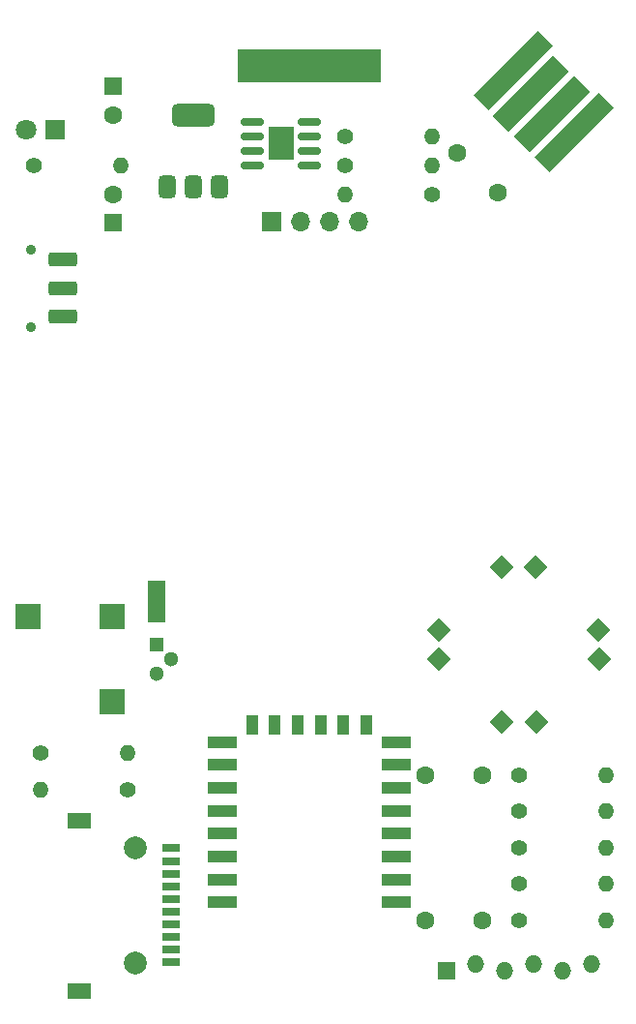
<source format=gbr>
%TF.GenerationSoftware,KiCad,Pcbnew,9.0.0*%
%TF.CreationDate,2025-08-10T17:42:25-03:00*%
%TF.ProjectId,BadgeGaroa_r2,42616467-6547-4617-926f-615f72322e6b,rev?*%
%TF.SameCoordinates,Original*%
%TF.FileFunction,Soldermask,Top*%
%TF.FilePolarity,Negative*%
%FSLAX46Y46*%
G04 Gerber Fmt 4.6, Leading zero omitted, Abs format (unit mm)*
G04 Created by KiCad (PCBNEW 9.0.0) date 2025-08-10 17:42:25*
%MOMM*%
%LPD*%
G01*
G04 APERTURE LIST*
G04 Aperture macros list*
%AMRoundRect*
0 Rectangle with rounded corners*
0 $1 Rounding radius*
0 $2 $3 $4 $5 $6 $7 $8 $9 X,Y pos of 4 corners*
0 Add a 4 corners polygon primitive as box body*
4,1,4,$2,$3,$4,$5,$6,$7,$8,$9,$2,$3,0*
0 Add four circle primitives for the rounded corners*
1,1,$1+$1,$2,$3*
1,1,$1+$1,$4,$5*
1,1,$1+$1,$6,$7*
1,1,$1+$1,$8,$9*
0 Add four rect primitives between the rounded corners*
20,1,$1+$1,$2,$3,$4,$5,0*
20,1,$1+$1,$4,$5,$6,$7,0*
20,1,$1+$1,$6,$7,$8,$9,0*
20,1,$1+$1,$8,$9,$2,$3,0*%
%AMRotRect*
0 Rectangle, with rotation*
0 The origin of the aperture is its center*
0 $1 length*
0 $2 width*
0 $3 Rotation angle, in degrees counterclockwise*
0 Add horizontal line*
21,1,$1,$2,0,0,$3*%
G04 Aperture macros list end*
%ADD10C,0.000000*%
%ADD11R,1.700000X1.700000*%
%ADD12O,1.700000X1.700000*%
%ADD13R,1.500000X1.000000*%
%ADD14RotRect,1.500000X1.500000X45.000000*%
%ADD15R,1.300000X1.300000*%
%ADD16C,1.300000*%
%ADD17C,1.400000*%
%ADD18O,1.400000X1.400000*%
%ADD19C,1.600000*%
%ADD20RotRect,1.900000X8.000000X135.000000*%
%ADD21RotRect,2.000000X7.500000X135.000000*%
%ADD22C,0.900000*%
%ADD23RoundRect,0.250000X-1.000000X0.375000X-1.000000X-0.375000X1.000000X-0.375000X1.000000X0.375000X0*%
%ADD24R,1.600000X1.600000*%
%ADD25RoundRect,0.056000X-6.244000X-1.344000X6.244000X-1.344000X6.244000X1.344000X-6.244000X1.344000X0*%
%ADD26R,1.524000X1.524000*%
%ADD27O,1.524000X1.524000*%
%ADD28RoundRect,0.375000X0.375000X-0.625000X0.375000X0.625000X-0.375000X0.625000X-0.375000X-0.625000X0*%
%ADD29RoundRect,0.500000X1.400000X-0.500000X1.400000X0.500000X-1.400000X0.500000X-1.400000X-0.500000X0*%
%ADD30R,2.195000X2.195000*%
%ADD31RoundRect,0.150000X0.825000X0.150000X-0.825000X0.150000X-0.825000X-0.150000X0.825000X-0.150000X0*%
%ADD32R,2.290000X3.000000*%
%ADD33R,2.500000X1.000000*%
%ADD34R,1.000000X1.800000*%
%ADD35C,2.000000*%
%ADD36R,1.500000X0.800000*%
%ADD37R,2.000000X1.450000*%
%ADD38RotRect,1.500000X1.500000X135.000000*%
%ADD39RotRect,1.500000X1.500000X315.000000*%
%ADD40RotRect,1.500000X1.500000X225.000000*%
%ADD41R,1.800000X1.800000*%
%ADD42C,1.800000*%
G04 APERTURE END LIST*
D10*
%TO.C,JP1*%
G36*
X80506001Y-86478800D02*
G01*
X79005999Y-86478800D01*
X79005999Y-84878800D01*
X80506001Y-84878800D01*
X80506001Y-86478800D01*
G37*
%TD*%
D11*
%TO.C,OLED1*%
X89799000Y-52501800D03*
D12*
X92339000Y-52501800D03*
X94878999Y-52501800D03*
X97419000Y-52501800D03*
%TD*%
D13*
%TO.C,JP1*%
X79756000Y-86978800D03*
X79756000Y-85678800D03*
X79756000Y-84378800D03*
%TD*%
D14*
%TO.C,SW3*%
X104466568Y-88206948D03*
X109982000Y-82691516D03*
%TD*%
D15*
%TO.C,Q1*%
X79756000Y-89428800D03*
D16*
X81026000Y-90708800D03*
X79756000Y-91968800D03*
%TD*%
D17*
%TO.C,R7*%
X111506000Y-107238800D03*
D18*
X119126000Y-107238800D03*
%TD*%
D17*
%TO.C,R14*%
X96266000Y-47548800D03*
D18*
X103886000Y-47548800D03*
%TD*%
D19*
%TO.C,C4*%
X108291000Y-100888800D03*
X103291000Y-100888800D03*
%TD*%
D20*
%TO.C,J1*%
X110935100Y-39302546D03*
D21*
X112533161Y-41254161D03*
X114371639Y-43092639D03*
D20*
X116323254Y-44690700D03*
%TD*%
D22*
%TO.C,SW5*%
X68751000Y-54903800D03*
X68751000Y-61703800D03*
D23*
X71501000Y-55803800D03*
X71501000Y-58303800D03*
X71501000Y-60803800D03*
%TD*%
D17*
%TO.C,R5*%
X111506000Y-110413800D03*
D18*
X119126000Y-110413800D03*
%TD*%
D24*
%TO.C,C6*%
X75946000Y-52588800D03*
D19*
X75946000Y-50088800D03*
%TD*%
D17*
%TO.C,R8*%
X111506000Y-100888800D03*
D18*
X119126000Y-100888800D03*
%TD*%
D24*
%TO.C,C7*%
X75946000Y-40628687D03*
D19*
X75946000Y-43128687D03*
%TD*%
D17*
%TO.C,R10*%
X77216000Y-102158800D03*
D18*
X69596000Y-102158800D03*
%TD*%
D17*
%TO.C,R6*%
X68961000Y-47548800D03*
D18*
X76581000Y-47548800D03*
%TD*%
D25*
%TO.C,H1*%
X93101000Y-38832800D03*
%TD*%
D26*
%TO.C,P2*%
X105156000Y-118033800D03*
D27*
X107696000Y-117398800D03*
X110236000Y-118033800D03*
X112776000Y-117398800D03*
X115316000Y-118033800D03*
X117856000Y-117398800D03*
%TD*%
D28*
%TO.C,CI1*%
X80631000Y-49428800D03*
X82931000Y-49428799D03*
D29*
X82931000Y-43128801D03*
D28*
X85231000Y-49428800D03*
%TD*%
D30*
%TO.C,BZ1*%
X75836000Y-94428800D03*
X75836000Y-87028800D03*
X68436000Y-87028800D03*
%TD*%
D31*
%TO.C,CI2*%
X93091000Y-47548800D03*
X93091000Y-46278800D03*
X93091000Y-45008800D03*
X93091000Y-43738800D03*
X88141000Y-43738800D03*
X88141000Y-45008800D03*
X88141000Y-46278800D03*
X88141000Y-47548800D03*
D32*
X90616000Y-45643800D03*
%TD*%
D33*
%TO.C,MOD1*%
X100691000Y-112008800D03*
X100691000Y-110008800D03*
X100691000Y-108008800D03*
X100691000Y-106008801D03*
X100691000Y-104008800D03*
X100691000Y-102008799D03*
X100691000Y-100008800D03*
X100691000Y-98008800D03*
D34*
X98091000Y-96508801D03*
X96091000Y-96508800D03*
X94091000Y-96508800D03*
X92091000Y-96508800D03*
X90091000Y-96508800D03*
X88091000Y-96508801D03*
D33*
X85491000Y-98008800D03*
X85491000Y-100008800D03*
X85491000Y-102008799D03*
X85491000Y-104008800D03*
X85491000Y-106008801D03*
X85491000Y-108008800D03*
X85491000Y-110008800D03*
X85491000Y-112008800D03*
%TD*%
D35*
%TO.C,J2*%
X77871000Y-117318799D03*
X77861000Y-107258800D03*
D36*
X81010999Y-115058800D03*
X81011000Y-113958800D03*
X81011000Y-112858800D03*
X81011000Y-111758800D03*
X81011000Y-110658800D03*
X81011000Y-109558800D03*
X81011000Y-108458800D03*
X81011000Y-107258800D03*
D37*
X72971000Y-119798800D03*
X72961000Y-104848800D03*
D36*
X81010999Y-117258800D03*
X81011000Y-116158800D03*
%TD*%
D38*
%TO.C,SW1*%
X118454716Y-88206948D03*
X112939284Y-82691516D03*
%TD*%
D39*
%TO.C,SW4*%
X104466568Y-90728800D03*
X109982000Y-96244232D03*
%TD*%
D17*
%TO.C,R9*%
X69596000Y-98983800D03*
D18*
X77216000Y-98983800D03*
%TD*%
D17*
%TO.C,R3*%
X111506000Y-113588800D03*
D18*
X119126000Y-113588800D03*
%TD*%
D19*
%TO.C,C5*%
X108291000Y-113588800D03*
X103291000Y-113588800D03*
%TD*%
%TO.C,C1*%
X109601000Y-49951567D03*
X106065466Y-46416033D03*
%TD*%
D17*
%TO.C,R11*%
X103886000Y-50088800D03*
D18*
X96266000Y-50088800D03*
%TD*%
D17*
%TO.C,R15*%
X96266000Y-45008800D03*
D18*
X103886000Y-45008800D03*
%TD*%
D17*
%TO.C,R4*%
X111506000Y-104063800D03*
D18*
X119126000Y-104063800D03*
%TD*%
D40*
%TO.C,SW2*%
X118491000Y-90728800D03*
X112975568Y-96244232D03*
%TD*%
D41*
%TO.C,LD1*%
X70871000Y-44413800D03*
D42*
X68331000Y-44413800D03*
%TD*%
M02*

</source>
